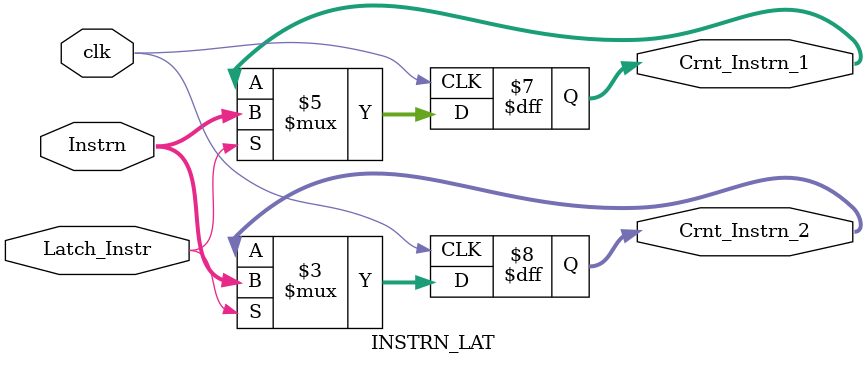
<source format=v>
module INSTRN_LAT (
  input clk,
  input [31:0] Instrn,
  input Latch_Instr,
  output reg [31:0] Crnt_Instrn_1,
  output reg [31:0] Crnt_Instrn_2
);

  always @(posedge clk) begin
    if (Latch_Instr == 1'b1) begin
      Crnt_Instrn_1 <= Instrn;
      Crnt_Instrn_2 <= Instrn;
    end
  end

endmodule


</source>
